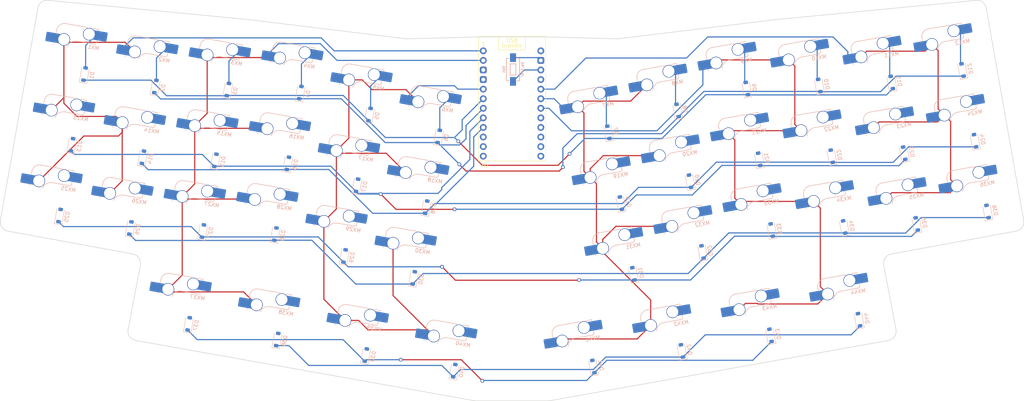
<source format=kicad_pcb>
(kicad_pcb (version 20221018) (generator pcbnew)
  (layers (0 "F.Cu" signal) (31 "B.Cu" signal) (34 "B.Paste" user) (35 "F.Paste" user) (36 "B.SilkS" user "B.Silkscreen") (37 "F.SilkS" user "F.Silkscreen") (38 "B.Mask" user) (39 "F.Mask" user) (44 "Edge.Cuts" user))
  (net 0 "")
  (net 1 "Net-(D1-A)")
  (net 2 "Net-(D2-A)")
  (net 3 "Net-(D3-A)")
  (net 4 "Net-(D6-A)")
  (net 5 "Net-(D7-A)")
  (net 6 "Net-(D8-A)")
  (net 7 "Net-(D13-A)")
  (net 8 "Net-(D14-A)")
  (net 9 "Net-(D15-A)")
  (net 10 "Net-(D18-A)")
  (net 11 "Net-(D19-A)")
  (net 12 "Net-(D20-A)")
  (net 13 "Net-(D25-A)")
  (net 14 "Net-(D26-A)")
  (net 15 "Net-(D27-A)")
  (net 16 "Net-(D30-A)")
  (net 17 "Net-(D31-A)")
  (net 18 "Net-(D32-A)")
  (net 19 "Net-(D37-A)")
  (net 20 "Net-(D38-A)")
  (net 21 "Net-(D39-A)")
  (net 22 "Net-(D42-A)")
  (net 23 "Net-(D43-A)")
  (net 24 "Net-(D44-A)")
  (net 25 "COL0")
  (net 26 "COL1")
  (net 27 "COL2")
  (net 28 "COL3")
  (net 29 "COL4")
  (net 30 "COL5")
  (net 31 "GND")
  (net 32 "Net-(SW1-B)")
  (net 43 "Net-(D9-A)")
  (net 44 "Net-(D10-A)")
  (net 45 "ROW0")
  (net 46 "Net-(D11-A)")
  (net 47 "ROW1")
  (net 48 "Net-(D12-A)")
  (net 49 "Net-(D16-A)")
  (net 50 "Net-(D17-A)")
  (net 51 "Net-(D21-A)")
  (net 52 "Net-(D22-A)")
  (net 53 "ROW2")
  (net 54 "Net-(D23-A)")
  (net 55 "ROW3")
  (net 56 "Net-(D24-A)")
  (net 57 "Net-(D28-A)")
  (net 58 "Net-(D29-A)")
  (net 59 "Net-(D33-A)")
  (net 60 "Net-(D34-A)")
  (net 61 "ROW4")
  (net 62 "Net-(D35-A)")
  (net 63 "ROW5")
  (net 64 "Net-(D36-A)")
  (net 65 "Net-(D40-A)")
  (net 66 "Net-(D41-A)")
  (net 67 "ROW6")
  (net 68 "ROW7")
  (net 69 "Net-(D4-A)")
  (net 70 "Net-(D5-A)")
  (footprint "marbastlib-xp-promicroish:ProMicro_USBup" (layer "F.Cu") (at 190.5 111.125)
    (fp_text reference "U1")
    (fp_text value "ProMicro")
  )
  (footprint "Diode_SMD:D_SOD-123" (layer "B.Cu") (at 259.280298 144.681247 100)
    (fp_text reference "D33")
    (fp_text value "D_Small")
  )
  (footprint "Diode_SMD:D_SOD-123" (layer "B.Cu") (at 128.297964 173.706927 80)
    (fp_text reference "D38")
    (fp_text value "D_Small")
  )
  (footprint "Diode_SMD:D_SOD-123" (layer "B.Cu") (at 240.960776 150.490656 100)
    (fp_text reference "D32")
    (fp_text value "D_Small")
  )
  (footprint "marbastlib-mx:SW_MX_HS_1u" (layer "B.Cu") (at 132.270957 102.212 170)
    (fp_text reference "MX4")
    (fp_text value "MX_SW_HS" hide)
  )
  (footprint "Diode_SMD:D_SOD-123" (layer "B.Cu") (at 252.664302 107.160071 100)
    (fp_text reference "D9")
    (fp_text value "D_Small")
  )
  (footprint "Diode_SMD:D_SOD-123" (layer "B.Cu") (at 219.333257 137.539478 100)
    (fp_text reference "D19")
    (fp_text value "D_Small")
  )
  (footprint "Diode_SMD:D_SOD-123" (layer "B.Cu") (at 275.173954 125.114073 100)
    (fp_text reference "D22")
    (fp_text value "D_Small")
  )
  (footprint "marbastlib-mx:SW_MX_HS_1u" (layer "B.Cu") (at 125.654961 139.733175 170)
    (fp_text reference "MX28")
    (fp_text value "MX_SW_HS" hide)
  )
  (footprint "Diode_SMD:D_SOD-123" (layer "B.Cu") (at 282.406301 168.469263 100)
    (fp_text reference "D44")
    (fp_text value "D_Small")
  )
  (footprint "marbastlib-mx:SW_MX_HS_1u" (layer "B.Cu") (at 274.546693 138.926589 -170)
    (fp_text reference "MX34")
    (fp_text value "MX_SW_HS" hide)
  )
  (footprint "Diode_SMD:D_SOD-123" (layer "B.Cu") (at 134.432889 108.235171 80)
    (fp_text reference "D4")
    (fp_text value "D_Small")
  )
  (footprint "Diode_SMD:D_SOD-123" (layer "B.Cu") (at 146.136415 151.565755 80)
    (fp_text reference "D29")
    (fp_text value "D_Small")
  )
  (footprint "Diode_SMD:D_SOD-123" (layer "B.Cu") (at 89.413585 144.143174 80)
    (fp_text reference "D26")
    (fp_text value "D_Small")
  )
  (footprint "marbastlib-mx:SW_MX_HS_1u" (layer "B.Cu") (at 212.09 113.830818 -170)
    (fp_text reference "MX7")
    (fp_text value "MX_SW_HS" hide)
  )
  (footprint "Diode_SMD:D_SOD-123" (layer "B.Cu") (at 234.344781 112.969481 100)
    (fp_text reference "D8")
    (fp_text value "D_Small")
  )
  (footprint "marbastlib-mx:SW_MX_HS_1u" (layer "B.Cu") (at 271.238695 120.166001 -170)
    (fp_text reference "MX22")
    (fp_text value "MX_SW_HS" hide)
  )
  (footprint "marbastlib-mx:SW_MX_HS_1u" (layer "B.Cu") (at 68.491066 134.812005 170)
    (fp_text reference "MX25")
    (fp_text value "MX_SW_HS" hide)
  )
  (footprint "marbastlib-mx:SW_MX_HS_1u" (layer "B.Cu") (at 207.9625 175.95375 -170)
    (fp_text reference "MX41")
    (fp_text value "MX_SW_HS" hide)
  )
  (footprint "marbastlib-mx:SW_MX_HS_1u" (layer "B.Cu") (at 255.345039 139.733175 -170)
    (fp_text reference "MX33")
    (fp_text value "MX_SW_HS" hide)
  )
  (footprint "Diode_SMD:D_SOD-123" (layer "B.Cu") (at 237.652779 131.730068 100)
    (fp_text reference "D20")
    (fp_text value "D_Small")
  )
  (footprint "marbastlib-mx:SW_MX_HS_1u" (layer "B.Cu") (at 75.107061 97.29083 170)
    (fp_text reference "MX1")
    (fp_text value "MX_SW_HS" hide)
  )
  (footprint "marbastlib-mx:SW_MX_HS_1u" (layer "B.Cu") (at 102.685296 163.548759 170)
    (fp_text reference "MX37")
    (fp_text value "MX_SW_HS" hide)
  )
  (footprint "Diode_SMD:D_SOD-123" (layer "B.Cu") (at 212.054095 180.874254 100)
    (fp_text reference "D41")
    (fp_text value "D_Small")
  )
  (footprint "marbastlib-mx:SW_MX_HS_1u" (layer "B.Cu") (at 215.397998 132.591406 -170)
    (fp_text reference "MX19")
    (fp_text value "MX_SW_HS" hide)
  )
  (footprint "Diode_SMD:D_SOD-123" (layer "B.Cu") (at 115.231235 107.428584 80)
    (fp_text reference "D3")
    (fp_text value "D_Small")
  )
  (footprint "Switches:TACTILE_SWITCH_SMD_6.0X3.5MM" (layer "B.Cu") (at 190.754 102.108 -90)
    (fp_text reference "SW1")
    (fp_text value "SW_SPST")
  )
  (footprint "Diode_SMD:D_SOD-123" (layer "B.Cu") (at 96.029581 106.621998 80)
    (fp_text reference "D2")
    (fp_text value "D_Small")
  )
  (footprint "Diode_SMD:D_SOD-123" (layer "B.Cu") (at 92.721583 125.382586 80)
    (fp_text reference "D14")
    (fp_text value "D_Small")
  )
  (footprint "marbastlib-mx:SW_MX_HS_1u" (layer "B.Cu") (at 309.200937 116.051417 -170)
    (fp_text reference "MX24")
    (fp_text value "MX_SW_HS" hide)
  )
  (footprint "marbastlib-mx:SW_MX_HS_1u" (layer "B.Cu") (at 71.799063 116.051417 170)
    (fp_text reference "MX13")
    (fp_text value "MX_SW_HS" hide)
  )
  (footprint "marbastlib-mx:SW_MX_HS_1u" (layer "B.Cu") (at 278.30478 163.492477 -170)
    (fp_text reference "MX44")
    (fp_text value "MX_SW_HS" hide)
  )
  (footprint "Diode_SMD:D_SOD-123" (layer "B.Cu") (at 127.816893 145.756346 80)
    (fp_text reference "D28")
    (fp_text value "D_Small")
  )
  (footprint "Diode_SMD:D_SOD-123" (layer "B.Cu") (at 171.071932 119.85399 80)
    (fp_text reference "D6")
    (fp_text value "D_Small")
  )
  (footprint "marbastlib-mx:SW_MX_HS_1u" (layer "B.Cu") (at 109.761305 120.166001 170)
    (fp_text reference "MX15")
    (fp_text value "MX_SW_HS" hide)
  )
  (footprint "Diode_SMD:D_SOD-123" (layer "B.Cu") (at 70.652998 140.835176 80)
    (fp_text reference "D25")
    (fp_text value "D_Small")
  )
  (footprint "marbastlib-mx:SW_MX_HS_1u" (layer "B.Cu") (at 150.590478 108.021409 170)
    (fp_text reference "MX5")
    (fp_text value "MX_SW_HS" hide)
  )
  (footprint "marbastlib-mx:SW_MX_HS_1u" (layer "B.Cu") (at 126.136031 167.683756 170)
    (fp_text reference "MX38")
    (fp_text value "MX_SW_HS" hide)
  )
  (footprint "marbastlib-mx:SW_MX_HS_1u" (layer "B.Cu") (at 143.974483 145.542584 170)
    (fp_text reference "MX29")
    (fp_text value "MX_SW_HS" hide)
  )
  (footprint "Diode_SMD:D_SOD-123" (layer "B.Cu") (at 152.75241 114.04458 80)
    (fp_text reference "D5")
    (fp_text value "D_Small")
  )
  (footprint "marbastlib-mx:SW_MX_HS_1u" (layer "B.Cu") (at 168.91 113.830818 170)
    (fp_text reference "MX6")
    (fp_text value "MX_SW_HS" hide)
  )
  (footprint "marbastlib-mx:SW_MX_HS_1u" (layer "B.Cu") (at 305.892939 97.29083 -170)
    (fp_text reference "MX12")
    (fp_text value "MX_SW_HS" hide)
  )
  (footprint "marbastlib-mx:SW_MX_HS_1u" (layer "B.Cu") (at 90.559651 119.359415 170)
    (fp_text reference "MX14")
    (fp_text value "MX_SW_HS" hide)
  )
  (footprint "marbastlib-mx:SW_MX_HS_1u" (layer "B.Cu") (at 233.717519 126.781997 -170)
    (fp_text reference "MX20")
    (fp_text value "MX_SW_HS" hide)
  )
  (footprint "marbastlib-mx:SW_MX_HS_1u" (layer "B.Cu") (at 230.409522 108.021409 -170)
    (fp_text reference "MX8")
    (fp_text value "MX_SW_HS" hide)
  )
  (footprint "marbastlib-mx:SW_MX_HS_1u" (layer "B.Cu") (at 106.453307 138.926589 170)
    (fp_text reference "MX27")
    (fp_text value "MX_SW_HS" hide)
  )
  (footprint "Diode_SMD:D_SOD-123" (layer "B.Cu") (at 111.923237 126.189172 80)
    (fp_text reference "D15")
    (fp_text value "D_Small")
  )
  (footprint "marbastlib-mx:SW_MX_HS_1u" (layer "B.Cu") (at 237.025517 145.542584 -170)
    (fp_text reference "MX32")
    (fp_text value "MX_SW_HS" hide)
  )
  (footprint "Diode_SMD:D_SOD-123" (layer "B.Cu") (at 216.025259 118.77889 100)
    (fp_text reference "D7")
    (fp_text value "D_Small")
  )
  (footprint "Diode_SMD:D_SOD-123" (layer "B.Cu") (at 313.136196 120.999489 100)
    (fp_text reference "D24")
    (fp_text value "D_Small")
  )
  (footprint "marbastlib-mx:SW_MX_HS_1u" (layer "B.Cu") (at 290.440349 119.359415 -170)
    (fp_text reference "MX23")
    (fp_text value "MX_SW_HS" hide)
  )
  (footprint "Diode_SMD:D_SOD-123" (layer "B.Cu") (at 297.683606 143.068074 100)
    (fp_text reference "D35")
    (fp_text value "D_Small")
  )
  (footprint "Diode_SMD:D_SOD-123" (layer "B.Cu") (at 278.481952 143.874661 100)
    (fp_text reference "D34")
    (fp_text value "D_Small")
  )
  (footprint "marbastlib-mx:SW_MX_HS_1u" (layer "B.Cu") (at 312.508934 134.812005 -170)
    (fp_text reference "MX36")
    (fp_text value "MX_SW_HS" hide)
  )
  (footprint "marbastlib-mx:SW_MX_HS_1u" (layer "B.Cu") (at 87.251653 138.120003 170)
    (fp_text reference "MX26")
    (fp_text value "MX_SW_HS" hide)
  )
  (footprint "marbastlib-mx:SW_MX_HS_1u" (layer "B.Cu") (at 248.729043 102.212 -170)
    (fp_text reference "MX9")
    (fp_text value "MX_SW_HS" hide)
  )
  (footprint "marbastlib-mx:SW_MX_HS_1u" (layer "B.Cu") (at 267.930697 101.405413 -170)
    (fp_text reference "MX10")
    (fp_text value "MX_SW_HS" hide)
  )
  (footprint "marbastlib-mx:SW_MX_HS_1u" (layer "B.Cu") (at 293.748347 138.120003 -170)
    (fp_text reference "MX35")
    (fp_text value "MX_SW_HS" hide)
  )
  (footprint "marbastlib-mx:SW_MX_HS_1u" (layer "B.Cu") (at 162.294004 151.351994 170)
    (fp_text reference "MX30")
    (fp_text value "MX_SW_HS" hide)
  )
  (footprint "Diode_SMD:D_SOD-123" (layer "B.Cu") (at 164.455936 157.375165 80)
    (fp_text reference "D30")
    (fp_text value "D_Small")
  )
  (footprint "Diode_SMD:D_SOD-123" (layer "B.Cu") (at 258.955567 172.604261 100)
    (fp_text reference "D43")
    (fp_text value "D_Small")
  )
  (footprint "marbastlib-mx:SW_MX_HS_1u" (layer "B.Cu") (at 147.282481 126.781997 170)
    (fp_text reference "MX17")
    (fp_text value "MX_SW_HS" hide)
  )
  (footprint "Diode_SMD:D_SOD-123" (layer "B.Cu") (at 167.763934 138.614577 80)
    (fp_text reference "D18")
    (fp_text value "D_Small")
  )
  (footprint "Diode_SMD:D_SOD-123" (layer "B.Cu") (at 77.268993 103.314001 80)
    (fp_text reference "D1")
    (fp_text value "D_Small")
  )
  (footprint "Diode_SMD:D_SOD-123" (layer "B.Cu") (at 316.444193 139.760077 100)
    (fp_text reference "D36")
    (fp_text value "D_Small")
  )
  (footprint "marbastlib-mx:SW_MX_HS_1u" (layer "B.Cu") (at 218.705996 151.351994 -170)
    (fp_text reference "MX31")
    (fp_text value "MX_SW_HS" hide)
  )
  (footprint "marbastlib-mx:SW_MX_HS_1u" (layer "B.Cu") (at 173.0375 175.95375 170)
    (fp_text reference "MX40")
    (fp_text value "MX_SW_HS" hide)
  )
  (footprint "marbastlib-mx:SW_MX_HS_1u" (layer "B.Cu") (at 231.413235 171.818753 -170)
    (fp_text reference "MX42")
    (fp_text value "MX_SW_HS" hide)
  )
  (footprint "marbastlib-mx:SW_MX_HS_1u" (layer "B.Cu") (at 252.037041 120.972587 -170)
    (fp_text reference "MX21")
    (fp_text value "MX_SW_HS" hide)
  )
  (footprint "Diode_SMD:D_SOD-123" (layer "B.Cu") (at 131.124891 126.995758 80)
    (fp_text reference "D16")
    (fp_text value "D_Small")
  )
  (footprint "Diode_SMD:D_SOD-123" (layer "B.Cu") (at 255.9723 125.920659 100)
    (fp_text reference "D21")
    (fp_text value "D_Small")
  )
  (footprint "Diode_SMD:D_SOD-123" (layer "B.Cu") (at 235.504832 176.739258 100)
    (fp_text reference "D42")
    (fp_text value "D_Small")
  )
  (footprint "Diode_SMD:D_SOD-123" (layer "B.Cu") (at 309.828198 102.238901 100)
    (fp_text reference "D12")
    (fp_text value "D_Small")
  )
  (footprint "Diode_SMD:D_SOD-123" (layer "B.Cu") (at 108.615239 144.94976 80)
    (fp_text reference "D27")
    (fp_text value "D_Small")
  )
  (footprint "Diode_SMD:D_SOD-123" (layer "B.Cu") (at 294.375608 124.307487 100)
    (fp_text reference "D23")
    (fp_text value "D_Small")
  )
  (footprint "Diode_SMD:D_SOD-123" (layer "B.Cu") (at 104.847227 169.571929 80)
    (fp_text reference "D37")
    (fp_text value "D_Small")
  )
  (footprint "marbastlib-mx:SW_MX_HS_1u" (layer "B.Cu") (at 113.069303 101.405413 170)
    (fp_text reference "MX3")
    (fp_text value "MX_SW_HS" hide)
  )
  (footprint "Diode_SMD:D_SOD-123" (layer "B.Cu") (at 222.641255 156.300066 100)
    (fp_text reference "D31")
    (fp_text value "D_Small")
  )
  (footprint "Diode_SMD:D_SOD-123" (layer "B.Cu") (at 271.865956 106.353485 100)
    (fp_text reference "D10")
    (fp_text value "D_Small")
  )
  (footprint "Diode_SMD:D_SOD-123" (layer "B.Cu") (at 149.444412 132.805168 80)
    (fp_text reference "D17")
    (fp_text value "D_Small")
  )
  (footprint "marbastlib-mx:SW_MX_HS_1u" (layer "B.Cu") (at 287.132351 100.598827 -170)
    (fp_text reference "MX11")
    (fp_text value "MX_SW_HS" hide)
  )
  (footprint "Diode_SMD:D_SOD-123" (layer "B.Cu") (at 175.199432 181.976921 80)
    (fp_text reference "D40")
    (fp_text value "D_Small")
  )
  (footprint "marbastlib-mx:SW_MX_HS_1u" (layer "B.Cu") (at 254.854045 167.627474 -170)
    (fp_text reference "MX43")
    (fp_text value "MX_SW_HS" hide)
  )
  (footprint "marbastlib-mx:SW_MX_HS_1u" (layer "B.Cu") (at 93.867649 100.598827 170)
    (fp_text reference "MX2")
    (fp_text value "MX_SW_HS" hide)
  )
  (footprint "marbastlib-mx:SW_MX_HS_1u" (layer "B.Cu") (at 128.962959 120.972587 170)
    (fp_text reference "MX16")
    (fp_text value "MX_SW_HS" hide)
  )
  (footprint "Diode_SMD:D_SOD-123" (layer "B.Cu") (at 151.748697 177.841924 80)
    (fp_text reference "D39")
    (fp_text value "D_Small")
  )
  (footprint "marbastlib-mx:SW_MX_HS_1u" (layer "B.Cu") (at 165.602002 132.591406 170)
    (fp_text reference "MX18")
    (fp_text value "MX_SW_HS" hide)
  )
  (footprint "Diode_SMD:D_SOD-123" (layer "B.Cu") (at 73.960995 122.074588 80)
    (fp_text reference "D13")
    (fp_text value "D_Small")
  )
  (footprint "Diode_SMD:D_SOD-123" (layer "B.Cu") (at 291.06761 105.546899 100)
    (fp_text reference "D11")
    (fp_text value "D_Small")
  )
  (footprint "marbastlib-mx:SW_MX_HS_1u" (layer "B.Cu") (at 149.586765 171.818753 170)
    (fp_text reference "MX39")
    (fp_text value "MX_SW_HS" hide)
  )
  (gr_line (start 67.604284 83.762385) (end 120.904 88.9) (stroke (width 0.15)) (layer "Edge.Cuts"))
  (gr_line (start 88.813597 171.047703) (end 92.062245 153.957846) (stroke (width 0.15)) (layer "Edge.Cuts"))
  (gr_line (start 181.356 93.472) (end 162.56 93.98) (stroke (width 0.15)) (layer "Edge.Cuts"))
  (gr_line (start 218.44 93.98) (end 260.096 88.9) (stroke (width 0.15)) (layer "Edge.Cuts"))
  (gr_line (start 180.848 189.992) (end 90.831684 173.975917) (stroke (width 0.15)) (layer "Edge.Cuts"))
  (gr_line (start 200.152 189.992) (end 180.848 189.992) (stroke (width 0.15)) (layer "Edge.Cuts"))
  (gr_arc (start 288.937755 153.957846) (mid 289.331632 152.077647) (end 290.943087 151.031935) (stroke (width 0.15)) (layer "Edge.Cuts"))
  (gr_arc (start 326.010012 142.080796) (mid 325.600543 143.941779) (end 323.998617 144.973597) (stroke (width 0.15)) (layer "Edge.Cuts"))
  (gr_arc (start 57.001383 144.973597) (mid 55.399479 143.941745) (end 54.989988 142.080796) (stroke (width 0.15)) (layer "Edge.Cuts"))
  (gr_arc (start 313.395715 83.762385) (mid 315.148884 84.260869) (end 316.097664 85.81709) (stroke (width 0.15)) (layer "Edge.Cuts"))
  (gr_line (start 288.937755 153.957846) (end 292.186403 171.047703) (stroke (width 0.15)) (layer "Edge.Cuts"))
  (gr_line (start 90.056913 151.031935) (end 57.001383 144.973597) (stroke (width 0.15)) (layer "Edge.Cuts"))
  (gr_line (start 218.44 93.98) (end 199.644 93.472) (stroke (width 0.15)) (layer "Edge.Cuts"))
  (gr_line (start 199.644 93.472) (end 181.356 93.472) (stroke (width 0.15)) (layer "Edge.Cuts"))
  (gr_line (start 323.998617 144.973597) (end 290.943087 151.031935) (stroke (width 0.15)) (layer "Edge.Cuts"))
  (gr_arc (start 90.831684 173.975917) (mid 89.211137 172.933255) (end 88.813597 171.047703) (stroke (width 0.15)) (layer "Edge.Cuts"))
  (gr_line (start 54.989988 142.080796) (end 64.902336 85.81709) (stroke (width 0.15)) (layer "Edge.Cuts"))
  (gr_line (start 316.097664 85.81709) (end 326.010012 142.080796) (stroke (width 0.15)) (layer "Edge.Cuts"))
  (gr_arc (start 292.186403 171.047703) (mid 291.788866 172.933252) (end 290.168316 173.975917) (stroke (width 0.15)) (layer "Edge.Cuts"))
  (gr_line (start 260.096 88.9) (end 313.395715 83.762385) (stroke (width 0.15)) (layer "Edge.Cuts"))
  (gr_line (start 290.168316 173.975917) (end 200.152 189.992) (stroke (width 0.15)) (layer "Edge.Cuts"))
  (gr_line (start 120.904 88.9) (end 162.56 93.98) (stroke (width 0.15)) (layer "Edge.Cuts"))
  (gr_arc (start 90.056913 151.031935) (mid 91.668379 152.077637) (end 92.062245 153.957846) (stroke (width 0.15)) (layer "Edge.Cuts"))
  (gr_arc (start 64.902336 85.81709) (mid 65.851152 84.260917) (end 67.604284 83.762385) (stroke (width 0.15)) (layer "Edge.Cuts"))
  (segment (start 77.555512 95.749387) (end 80.263259 93.04164) (width 0.3) (layer "B.Cu") (net 1))
  (segment (start 77.555512 101.689068) (end 77.555512 95.749387) (width 0.3) (layer "B.Cu") (net 1))
  (segment (start 96.3161 99.057384) (end 99.023847 96.349637) (width 0.3) (layer "B.Cu") (net 2))
  (segment (start 96.3161 104.997065) (end 96.3161 99.057384) (width 0.3) (layer "B.Cu") (net 2))
  (segment (start 115.517754 99.86397) (end 118.225501 97.156223) (width 0.3) (layer "B.Cu") (net 3))
  (segment (start 115.517754 105.803651) (end 115.517754 99.86397) (width 0.3) (layer "B.Cu") (net 3))
  (segment (start 171.358451 112.289375) (end 174.066198 109.581628) (width 0.3) (layer "B.Cu") (net 4))
  (segment (start 171.358451 118.229057) (end 171.358451 112.289375) (width 0.3) (layer "B.Cu") (net 4))
  (segment (start 215.73874 117.153957) (end 215.481933 116.89715) (width 0.3) (layer "B.Cu") (net 5))
  (segment (start 215.481933 116.89715) (end 215.481933 108.074362) (width 0.3) (layer "B.Cu") (net 5))
  (segment (start 234.058262 111.344548) (end 233.801455 111.087741) (width 0.3) (layer "B.Cu") (net 6))
  (segment (start 233.801455 111.087741) (end 233.801455 102.264953) (width 0.3) (layer "B.Cu") (net 6))
  (segment (start 90.556598 97.435816) (end 88.017712 94.89693) (width 0.3) (layer "F.Cu") (net 25))
  (segment (start 71.79601 94.127819) (end 71.79601 109.580408) (width 0.3) (layer "F.Cu") (net 25))
  (segment (start 83.940602 134.956992) (end 87.2486 131.648994) (width 0.3) (layer "F.Cu") (net 25))
  (segment (start 65.180015 131.648994) (end 77.076727 119.752282) (width 0.3) (layer "F.Cu") (net 25))
  (segment (start 88.017712 94.89693) (end 72.565121 94.89693) (width 0.3) (layer "F.Cu") (net 25))
  (segment (start 85.5986 114.546404) (end 75.269502 114.546404) (width 0.3) (layer "F.Cu") (net 25))
  (segment (start 75.269502 114.546404) (end 71.79601 111.072912) (width 0.3) (layer "F.Cu") (net 25))
  (segment (start 86.241718 119.752282) (end 87.2486 118.7454) (width 0.3) (layer "F.Cu") (net 25))
  (segment (start 77.076727 119.752282) (end 86.241718 119.752282) (width 0.3) (layer "F.Cu") (net 25))
  (segment (start 71.79601 111.072912) (end 71.79601 109.580408) (width 0.3) (layer "F.Cu") (net 25))
  (segment (start 87.2486 118.7454) (end 87.2486 116.196404) (width 0.3) (layer "F.Cu") (net 25))
  (segment (start 87.2486 116.196404) (end 85.5986 114.546404) (width 0.3) (layer "F.Cu") (net 25))
  (segment (start 71.79601 109.580408) (end 68.488012 112.888406) (width 0.3) (layer "F.Cu") (net 25))
  (segment (start 87.2486 131.648994) (end 87.2486 116.196404) (width 0.3) (layer "F.Cu") (net 25))
  (segment (start 72.565121 94.89693) (end 71.79601 94.127819) (width 0.3) (layer "F.Cu") (net 25))
  (segment (start 143.383 97.155) (end 182.88 97.155) (width 0.3) (layer "B.Cu") (net 25))
  (segment (start 87.06053 96.819365) (end 90.153895 93.726) (width 0.3) (layer "B.Cu") (net 25))
  (segment (start 90.153895 93.726) (end 139.954 93.726) (width 0.3) (layer "B.Cu") (net 25))
  (segment (start 139.954 93.726) (end 143.383 97.155) (width 0.3) (layer "B.Cu") (net 25))
  (segment (start 103.142256 156.617737) (end 99.374245 160.385748) (width 0.3) (layer "F.Cu") (net 26))
  (segment (start 106.450254 117.00299) (end 106.450254 132.45558) (width 0.3) (layer "F.Cu") (net 26))
  (segment (start 109.758252 113.694992) (end 106.450254 117.00299) (width 0.3) (layer "F.Cu") (net 26))
  (segment (start 128.854573 98.943656) (end 128.959906 99.048989) (width 0.3) (layer "F.Cu") (net 26))
  (segment (start 99.374245 160.385748) (end 100.075499 161.087002) (width 0.3) (layer "F.Cu") (net 26))
  (segment (start 109.758252 98.242402) (end 110.459506 98.943656) (width 0.3) (layer "F.Cu") (net 26))
  (segment (start 106.450254 117.00299) (end 107.151508 117.704244) (width 0.3) (layer "F.Cu") (net 26))
  (segment (start 110.459506 98.943656) (end 128.854573 98.943656) (width 0.3) (layer "F.Cu") (net 26))
  (segment (start 100.075499 161.087002) (end 119.391237 161.087002) (width 0.3) (layer "F.Cu") (net 26))
  (segment (start 103.84351 136.464832) (end 122.238578 136.464832) (width 0.3) (layer "F.Cu") (net 26))
  (segment (start 103.142256 135.763578) (end 103.142256 156.617737) (width 0.3) (layer "F.Cu") (net 26))
  (segment (start 107.151508 117.704244) (end 125.546576 117.704244) (width 0.3) (layer "F.Cu") (net 26))
  (segment (start 103.142256 135.763578) (end 103.84351 136.464832) (width 0.3) (layer "F.Cu") (net 26))
  (segment (start 122.238578 136.464832) (end 122.34391 136.570164) (width 0.3) (layer "F.Cu") (net 26))
  (segment (start 119.391237 161.087002) (end 122.82498 164.520745) (width 0.3) (layer "F.Cu") (net 26))
  (segment (start 109.758252 98.242402) (end 109.758252 113.694992) (width 0.3) (layer "F.Cu") (net 26))
  (segment (start 106.450254 132.45558) (end 103.142256 135.763578) (width 0.3) (layer "F.Cu") (net 26))
  (segment (start 125.546576 117.704244) (end 125.651908 117.809576) (width 0.3) (layer "F.Cu") (net 26))
  (segment (start 139.7 95.25) (end 144.145 99.695) (width 0.3) (layer "B.Cu") (net 26))
  (segment (start 144.145 99.695) (end 182.88 99.695) (width 0.3) (layer "B.Cu") (net 26))
  (segment (start 128.646376 95.25) (end 139.7 95.25) (width 0.3) (layer "B.Cu") (net 26))
  (segment (start 125.463838 98.432538) (end 128.646376 95.25) (width 0.3) (layer "B.Cu") (net 26))
  (segment (start 162.373142 107.442) (end 165.598949 110.667807) (width 0.3) (layer "F.Cu") (net 27))
  (segment (start 168.076449 171.140739) (end 152.344739 171.140739) (width 0.3) (layer "F.Cu") (net 27))
  (segment (start 158.982953 148.188983) (end 158.982953 162.047243) (width 0.3) (layer "F.Cu") (net 27))
  (segment (start 146.275714 168.655742) (end 140.663432 163.04346) (width 0.3) (layer "F.Cu") (net 27))
  (segment (start 147.279427 104.858398) (end 150.812953 104.858398) (width 0.3) (layer "F.Cu") (net 27))
  (segment (start 143.97143 139.071575) (end 143.97143 123.618986) (width 0.3) (layer "F.Cu") (net 27))
  (segment (start 143.97143 123.618986) (end 147.279427 120.310989) (width 0.3) (layer "F.Cu") (net 27))
  (segment (start 158.982953 162.047243) (end 169.726449 172.790739) (width 0.3) (layer "F.Cu") (net 27))
  (segment (start 150.812953 104.858398) (end 153.396555 107.442) (width 0.3) (layer "F.Cu") (net 27))
  (segment (start 169.726449 172.790739) (end 168.076449 171.140739) (width 0.3) (layer "F.Cu") (net 27))
  (segment (start 140.663432 163.04346) (end 140.663432 142.379573) (width 0.3) (layer "F.Cu") (net 27))
  (segment (start 157.182796 124.32024) (end 162.290951 129.428395) (width 0.3) (layer "F.Cu") (net 27))
  (segment (start 143.97143 123.618986) (end 144.672684 124.32024) (width 0.3) (layer "F.Cu") (net 27))
  (segment (start 153.396555 107.442) (end 162.373142 107.442) (width 0.3) (layer "F.Cu") (net 27))
  (segment (start 149.859742 168.655742) (end 146.275714 168.655742) (width 0.3) (layer "F.Cu") (net 27))
  (segment (start 144.672684 124.32024) (end 157.182796 124.32024) (width 0.3) (layer "F.Cu") (net 27))
  (segment (start 140.663432 142.379573) (end 143.97143 139.071575) (width 0.3) (layer "F.Cu") (net 27))
  (segment (start 147.279427 120.310989) (end 147.279427 104.858398) (width 0.3) (layer "F.Cu") (net 27))
  (segment (start 152.344739 171.140739) (end 149.859742 168.655742) (width 0.3) (layer "F.Cu") (net 27))
  (segment (start 175.249 106.415) (end 176.149 107.315) (width 0.3) (layer "B.Cu") (net 27))
  (segment (start 162.102881 110.051356) (end 165.739237 106.415) (width 0.3) (layer "B.Cu") (net 27))
  (segment (start 165.739237 106.415) (end 175.249 106.415) (width 0.3) (layer "B.Cu") (net 27))
  (segment (start 176.149 107.315) (end 182.88 107.315) (width 0.3) (layer "B.Cu") (net 27))
  (segment (start 226.216338 106.181597) (end 221.911007 110.486928) (width 0.3) (layer "F.Cu") (net 28))
  (segment (start 221.911007 110.486928) (end 209.400894 110.486928) (width 0.3) (layer "F.Cu") (net 28))
  (segment (start 223.639142 173.55985) (end 227.220051 169.978941) (width 0.3) (layer "F.Cu") (net 28))
  (segment (start 209.546816 129.093596) (end 211.204814 130.751594) (width 0.3) (layer "F.Cu") (net 28))
  (segment (start 209.400894 110.486928) (end 207.896816 111.991006) (width 0.3) (layer "F.Cu") (net 28))
  (segment (start 211.204814 128.418142) (end 214.680771 124.942185) (width 0.3) (layer "F.Cu") (net 28))
  (segment (start 214.680771 124.942185) (end 229.524335 124.942185) (width 0.3) (layer "F.Cu") (net 28))
  (segment (start 209.546816 113.641006) (end 209.546816 129.093596) (width 0.3) (layer "F.Cu") (net 28))
  (segment (start 212.854814 132.401594) (end 212.854814 147.854184) (width 0.3) (layer "F.Cu") (net 28))
  (segment (start 227.220051 163.251535) (end 227.220051 169.978941) (width 0.3) (layer "F.Cu") (net 28))
  (segment (start 217.98877 143.702772) (end 232.832333 143.702772) (width 0.3) (layer "F.Cu") (net 28))
  (segment (start 207.896816 111.991006) (end 209.546816 113.641006) (width 0.3) (layer "F.Cu") (net 28))
  (segment (start 214.512812 149.512182) (end 214.512812 150.544296) (width 0.3) (layer "F.Cu") (net 28))
  (segment (start 214.512812 147.17873) (end 217.98877 143.702772) (width 0.3) (layer "F.Cu") (net 28))
  (segment (start 211.204814 130.751594) (end 212.854814 132.401594) (width 0.3) (layer "F.Cu") (net 28))
  (segment (start 203.769316 174.113938) (end 204.323404 173.55985) (width 0.3) (layer "F.Cu") (net 28))
  (segment (start 214.512812 150.544296) (end 227.220051 163.251535) (width 0.3) (layer "F.Cu") (net 28))
  (segment (start 212.854814 147.854184) (end 214.512812 149.512182) (width 0.3) (layer "F.Cu") (net 28))
  (segment (start 211.204814 130.751594) (end 211.204814 128.418142) (width 0.3) (layer "F.Cu") (net 28))
  (segment (start 204.323404 173.55985) (end 223.639142 173.55985) (width 0.3) (layer "F.Cu") (net 28))
  (segment (start 214.512812 149.512182) (end 214.512812 147.17873) (width 0.3) (layer "F.Cu") (net 28))
  (segment (start 201.648292 109.855) (end 198.12 109.855) (width 0.3) (layer "B.Cu") (net 28))
  (segment (start 204.400749 112.607457) (end 201.648292 109.855) (width 0.3) (layer "B.Cu") (net 28))
  (segment (start 265.395511 101.223599) (end 263.737513 99.565601) (width 0.3) (layer "F.Cu") (net 29))
  (segment (start 274.111596 161.652665) (end 272.152793 159.693862) (width 0.3) (layer "F.Cu") (net 29))
  (segment (start 250.660861 165.787662) (end 252.310861 164.137662) (width 0.3) (layer "F.Cu") (net 29))
  (segment (start 255.457553 164.137662) (end 255.603475 164.283584) (width 0.3) (layer "F.Cu") (net 29))
  (segment (start 272.152793 159.693862) (end 272.152793 138.886061) (width 0.3) (layer "F.Cu") (net 29))
  (segment (start 271.480677 164.283584) (end 274.111596 161.652665) (width 0.3) (layer "F.Cu") (net 29))
  (segment (start 248.650443 118.326189) (end 267.045511 118.326189) (width 0.3) (layer "F.Cu") (net 29))
  (segment (start 249.501855 136.243363) (end 249.501855 120.790773) (width 0.3) (layer "F.Cu") (net 29))
  (segment (start 272.152793 138.886061) (end 270.353509 137.086777) (width 0.3) (layer "F.Cu") (net 29))
  (segment (start 251.958441 137.086777) (end 251.151855 137.893363) (width 0.3) (layer "F.Cu") (net 29))
  (segment (start 252.310861 164.137662) (end 255.457553 164.137662) (width 0.3) (layer "F.Cu") (net 29))
  (segment (start 255.603475 164.283584) (end 271.480677 164.283584) (width 0.3) (layer "F.Cu") (net 29))
  (segment (start 270.353509 137.086777) (end 251.958441 137.086777) (width 0.3) (layer "F.Cu") (net 29))
  (segment (start 247.843857 119.132775) (end 248.650443 118.326189) (width 0.3) (layer "F.Cu") (net 29))
  (segment (start 249.501855 120.790773) (end 247.843857 119.132775) (width 0.3) (layer "F.Cu") (net 29))
  (segment (start 245.342446 99.565601) (end 244.535859 100.372188) (width 0.3) (layer "F.Cu") (net 29))
  (segment (start 267.045511 118.326189) (end 265.395511 116.676189) (width 0.3) (layer "F.Cu") (net 29))
  (segment (start 263.737513 99.565601) (end 245.342446 99.565601) (width 0.3) (layer "F.Cu") (net 29))
  (segment (start 265.395511 116.676189) (end 265.395511 101.223599) (width 0.3) (layer "F.Cu") (net 29))
  (segment (start 251.151855 137.893363) (end 249.501855 136.243363) (width 0.3) (layer "F.Cu") (net 29))
  (segment (start 241.039792 106.178208) (end 228.854 118.364) (width 0.3) (layer "B.Cu") (net 29))
  (segment (start 206.248 118.364) (end 200.279 112.395) (width 0.3) (layer "B.Cu") (net 29))
  (segment (start 241.039792 100.988639) (end 241.039792 106.178208) (width 0.3) (layer "B.Cu") (net 29))
  (segment (start 228.854 118.364) (end 206.248 118.364) (width 0.3) (layer "B.Cu") (net 29))
  (segment (start 200.279 112.395) (end 198.12 112.395) (width 0.3) (layer "B.Cu") (net 29))
  (segment (start 305.007753 114.211605) (end 303.357753 112.561605) (width 0.3) (layer "F.Cu") (net 30))
  (segment (start 299.895836 97.254937) (end 284.443245 97.254937) (width 0.3) (layer "F.Cu") (net 30))
  (segment (start 284.443245 97.254937) (end 282.939167 98.759015) (width 0.3) (layer "F.Cu") (net 30))
  (segment (start 301.699755 95.451018) (end 299.895836 97.254937) (width 0.3) (layer "F.Cu") (net 30))
  (segment (start 303.203833 116.015525) (end 287.751243 116.015525) (width 0.3) (layer "F.Cu") (net 30))
  (segment (start 306.51183 134.776113) (end 291.059241 134.776113) (width 0.3) (layer "F.Cu") (net 30))
  (segment (start 306.66575 131.322193) (end 306.66575 115.869602) (width 0.3) (layer "F.Cu") (net 30))
  (segment (start 306.66575 115.869602) (end 305.007753 114.211605) (width 0.3) (layer "F.Cu") (net 30))
  (segment (start 308.31575 132.972193) (end 306.66575 131.322193) (width 0.3) (layer "F.Cu") (net 30))
  (segment (start 303.357753 112.561605) (end 303.357753 97.109016) (width 0.3) (layer "F.Cu") (net 30))
  (segment (start 308.31575 132.972193) (end 306.51183 134.776113) (width 0.3) (layer "F.Cu") (net 30))
  (segment (start 287.751243 116.015525) (end 286.247165 117.519603) (width 0.3) (layer "F.Cu") (net 30))
  (segment (start 303.357753 97.109016) (end 301.699755 95.451018) (width 0.3) (layer "F.Cu") (net 30))
  (segment (start 291.059241 134.776113) (end 289.555163 136.280191) (width 0.3) (layer "F.Cu") (net 30))
  (segment (start 305.007753 114.211605) (end 303.203833 116.015525) (width 0.3) (layer "F.Cu") (net 30))
  (segment (start 210.058 99.06) (end 236.728 99.06) (width 0.3) (layer "B.Cu") (net 30))
  (segment (start 279.4431 97.37713) (end 279.4431 99.375466) (width 0.3) (layer "B.Cu") (net 30))
  (segment (start 236.728 99.06) (end 242.316 93.472) (width 0.3) (layer "B.Cu") (net 30))
  (segment (start 242.316 93.472) (end 275.53797 93.472) (width 0.3) (layer "B.Cu") (net 30))
  (segment (start 198.12 107.315) (end 201.803 107.315) (width 0.3) (layer "B.Cu") (net 30))
  (segment (start 275.53797 93.472) (end 279.4431 97.37713) (width 0.3) (layer "B.Cu") (net 30))
  (segment (start 201.803 107.315) (end 210.058 99.06) (width 0.3) (layer "B.Cu") (net 30))
  (segment (start 197.3834 98.9584) (end 198.12 99.695) (width 0.3) (layer "B.Cu") (net 31))
  (segment (start 190.754 98.9584) (end 197.3834 98.9584) (width 0.3) (layer "B.Cu") (net 31))
  (segment (start 193.7766 102.235) (end 198.12 102.235) (width 0.3) (layer "B.Cu") (net 32))
  (segment (start 190.754 105.2576) (end 193.7766 102.235) (width 0.3) (layer "B.Cu") (net 32))
  (segment (start 252.377783 105.535138) (end 252.120976 105.278331) (width 0.3) (layer "B.Cu") (net 43))
  (segment (start 252.120976 105.278331) (end 252.120976 96.455544) (width 0.3) (layer "B.Cu") (net 43))
  (segment (start 271.32263 104.471745) (end 271.32263 95.648957) (width 0.3) (layer "B.Cu") (net 44))
  (segment (start 271.579437 104.728552) (end 271.32263 104.471745) (width 0.3) (layer "B.Cu") (net 44))
  (segment (start 202.692 127.508) (end 205.74 124.46) (width 0.3) (layer "F.Cu") (net 45))
  (segment (start 176.276 121.158) (end 182.626 127.508) (width 0.3) (layer "F.Cu") (net 45))
  (segment (start 182.626 127.508) (end 202.692 127.508) (width 0.3) (layer "F.Cu") (net 45))
  (via (at 176.276 121.158) (size 1) (drill 0.6) (layers "F.Cu" "B.Cu") (net 45))
  (via (at 205.74 124.46) (size 1) (drill 0.6) (layers "F.Cu" "B.Cu") (net 45))
  (segment (start 252.950821 108.785004) (end 241.827495 108.785004) (width 0.3) (layer "B.Cu") (net 45))
  (segment (start 175.26 120.142) (end 177.292 118.11) (width 0.3) (layer "B.Cu") (net 45))
  (segment (start 241.827495 108.785004) (end 230.208676 120.403823) (width 0.3) (layer "B.Cu") (net 45))
  (segment (start 289.679639 108.846322) (end 253.012139 108.846322) (width 0.3) (layer "B.Cu") (net 45))
  (segment (start 253.012139 108.846322) (end 252.950821 108.785004) (width 0.3) (layer "B.Cu") (net 45))
  (segment (start 176.276 121.158) (end 175.26 120.142) (width 0.3) (layer "B.Cu") (net 45))
  (segment (start 114.944716 109.053517) (end 115.006033 108.9922) (width 0.3) (layer "B.Cu") (net 45))
  (segment (start 291.354129 107.171832) (end 289.679639 108.846322) (width 0.3) (layer "B.Cu") (net 45))
  (segment (start 145.788578 108.9922) (end 152.465891 115.669513) (width 0.3) (layer "B.Cu") (net 45))
  (segment (start 98.972208 109.053517) (end 114.944716 109.053517) (width 0.3) (layer "B.Cu") (net 45))
  (segment (start 177.292 115.443) (end 182.88 109.855) (width 0.3) (layer "B.Cu") (net 45))
  (segment (start 115.006033 108.9922) (end 145.788578 108.9922) (width 0.3) (layer "B.Cu") (net 45))
  (segment (start 216.303955 120.396) (end 216.311778 120.403823) (width 0.3) (layer "B.Cu") (net 45))
  (segment (start 230.208676 120.403823) (end 216.311778 120.403823) (width 0.3) (layer "B.Cu") (net 45))
  (segment (start 76.982474 104.938934) (end 94.857625 104.938934) (width 0.3) (layer "B.Cu") (net 45))
  (segment (start 156.938378 120.142) (end 152.465891 115.669513) (width 0.3) (layer "B.Cu") (net 45))
  (segment (start 175.26 120.142) (end 156.938378 120.142) (width 0.3) (layer "B.Cu") (net 45))
  (segment (start 209.804 120.396) (end 216.303955 120.396) (width 0.3) (layer "B.Cu") (net 45))
  (segment (start 94.857625 104.938934) (end 98.972208 109.053517) (width 0.3) (layer "B.Cu") (net 45))
  (segment (start 205.74 124.46) (end 209.804 120.396) (width 0.3) (layer "B.Cu") (net 45))
  (segment (start 177.292 118.11) (end 177.292 115.443) (width 0.3) (layer "B.Cu") (net 45))
  (segment (start 290.781091 103.921966) (end 290.524284 103.665159) (width 0.3) (layer "B.Cu") (net 46))
  (segment (start 290.524284 103.665159) (end 290.524284 94.842371) (width 0.3) (layer "B.Cu") (net 46))
  (segment (start 203.962 128.054148) (end 202.984148 129.032) (width 0.3) (layer "F.Cu") (net 47))
  (segment (start 202.984148 129.032) (end 178.308 129.032) (width 0.3) (layer "F.Cu") (net 47))
  (segment (start 178.308 129.032) (end 176.53 127.254) (width 0.3) (layer "F.Cu") (net 47))
  (segment (start 203.962 128.016) (end 203.962 128.054148) (width 0.3) (layer "F.Cu") (net 47))
  (via (at 203.962 128.016) (size 1) (drill 0.6) (layers "F.Cu" "B.Cu") (net 47))
  (via (at 176.53 127.254) (size 1) (drill 0.6) (layers "F.Cu" "B.Cu") (net 47))
  (segment (start 182.88 112.395) (end 178.308 116.967) (width 0.3) (layer "B.Cu") (net 47))
  (segment (start 178.308 116.967) (end 178.308 120.469503) (width 0.3) (layer "B.Cu") (net 47))
  (segment (start 95.743062 108.246931) (end 97.417552 109.921421) (width 0.3) (layer "B.Cu") (net 47))
  (segment (start 134.085053 109.921421) (end 134.14637 109.860104) (width 0.3) (layer "B.Cu") (net 47))
  (segment (start 203.962 128.016) (end 203.962 122.936) (width 0.3) (layer "B.Cu") (net 47))
  (segment (start 134.14637 109.860104) (end 145.269697 109.860104) (width 0.3) (layer "B.Cu") (net 47))
  (segment (start 230.099714 119.126) (end 234.6313 114.594414) (width 0.3) (layer "B.Cu") (net 47))
  (segment (start 156.888516 121.478923) (end 170.785413 121.478923) (width 0.3) (layer "B.Cu") (net 47))
  (segment (start 310.114717 103.863834) (end 292.226008 103.863834) (width 0.3) (layer "B.Cu") (net 47))
  (segment (start 207.772 119.126) (end 230.099714 119.126) (width 0.3) (layer "B.Cu") (net 47))
  (segment (start 272.091157 107.9171) (end 272.152475 107.978418) (width 0.3) (layer "B.Cu") (net 47))
  (segment (start 234.6313 114.594414) (end 241.308614 107.9171) (width 0.3) (layer "B.Cu") (net 47))
  (segment (start 145.269697 109.860104) (end 156.888516 121.478923) (width 0.3) (layer "B.Cu") (net 47))
  (segment (start 176.669503 122.108) (end 171.41449 122.108) (width 0.3) (layer "B.Cu") (net 47))
  (segment (start 288.111424 107.978418) (end 272.152475 107.978418) (width 0.3) (layer "B.Cu") (net 47))
  (segment (start 178.308 120.469503) (end 176.669503 122.108) (width 0.3) (layer "B.Cu") (net 47))
  (segment (start 170.785413 121.478923) (end 176.53 127.22351) (width 0.3) (layer "B.Cu") (net 47))
  (segment (start 241.308614 107.9171) (end 272.091157 107.9171) (width 0.3) (layer "B.Cu") (net 47))
  (segment (start 203.962 122.936) (end 207.772 119.126) (width 0.3) (layer "B.Cu") (net 47))
  (segment (start 171.41449 122.108) (end 170.785413 121.478923) (width 0.3) (layer "B.Cu") (net 47))
  (segment (start 97.417552 109.921421) (end 134.085053 109.921421) (width 0.3) (layer "B.Cu") (net 47))
  (segment (start 292.226008 103.863834) (end 288.111424 107.978418) (width 0.3) (layer "B.Cu") (net 47))
  (segment (start 176.53 127.22351) (end 176.53 127.254) (width 0.3) (layer "B.Cu") (net 47))
  (segment (start 309.541679 100.613968) (end 309.284872 100.357161) (width 0.3) (layer "B.Cu") (net 48))
  (segment (start 309.284872 100.357161) (end 309.284872 91.534374) (width 0.3) (layer "B.Cu") (net 48))
  (segment (start 175.26 139.192) (end 159.766 139.192) (width 0.3) (layer "F.Cu") (net 53))
  (segment (start 159.766 139.192) (end 155.702 135.128) (width 0.3) (layer "F.Cu") (net 53))
  (via (at 155.702 135.128) (size 1) (drill 0.6) (layers "F.Cu" "B.Cu") (net 53))
  (via (at 175.26 139.192) (size 1) (drill 0.6) (layers "F.Cu" "B.Cu") (net 53))
  (segment (start 149.855792 135.128) (end 149.157893 134.430101) (width 0.3) (layer "B.Cu") (net 53))
  (segment (start 108.44817 124.625557) (end 111.636718 127.814105) (width 0.3) (layer "B.Cu") (net 53))
  (segment (start 219.619776 139.164411) (end 175.287589 139.164411) (width 0.3) (layer "B.Cu") (net 53))
  (segment (start 179.324 125.984) (end 179.324 118.491) (width 0.3) (layer "B.Cu") (net 53))
  (segment (start 175.287589 139.164411) (end 175.26 139.192) (width 0.3) (layer "B.Cu") (net 53))
  (segment (start 223.402187 135.382) (end 238.252 135.382) (width 0.3) (layer "B.Cu") (net 53))
  (segment (start 179.324 118.491) (end 182.88 114.935) (width 0.3) (layer "B.Cu") (net 53))
  (segment (start 142.480579 127.752787) (end 149.157893 134.430101) (width 0.3) (layer "B.Cu") (net 53))
  (segment (start 111.636718 127.814105) (end 111.698036 127.752787) (width 0.3) (layer "B.Cu") (net 53))
  (segment (start 256.320137 127.60691) (end 256.258819 127.545592) (width 0.3) (layer "B.Cu") (net 53))
  (segment (start 171.854825 133.991306) (end 171.854825 133.453175) (width 0.3) (layer "B.Cu") (net 53))
  (segment (start 111.698036 127.752787) (end 142.480579 127.752787) (width 0.3) (layer "B.Cu") (net 53))
  (segment (start 171.854825 133.453175) (end 179.324 125.984) (width 0.3) (layer "B.Cu") (net 53))
  (segment (start 170.885825 134.960306) (end 171.854825 133.991306) (width 0.3) (layer "B.Cu") (net 53))
  (segment (start 292.987637 127.60691) (end 256.320137 127.60691) (width 0.3) (layer "B.Cu") (net 53))
  (segment (start 246.088408 127.545592) (end 256.258819 127.545592) (width 0.3) (layer "B.Cu") (net 53))
  (segment (start 219.619776 139.164411) (end 223.402187 135.382) (width 0.3) (layer "B.Cu") (net 53))
  (segment (start 149.157893 134.430101) (end 149.688098 134.960306) (width 0.3) (layer "B.Cu") (net 53))
  (segment (start 238.252 135.382) (end 246.088408 127.545592) (width 0.3) (layer "B.Cu") (net 53))
  (segment (start 149.688098 134.960306) (end 170.885825 134.960306) (width 0.3) (layer "B.Cu") (net 53))
  (segment (start 74.600512 124.625557) (end 108.44817 124.625557) (width 0.3) (layer "B.Cu") (net 53))
  (segment (start 294.662127 125.93242) (end 292.987637 127.60691) (width 0.3) (layer "B.Cu") (net 53))
  (segment (start 73.674476 123.699521) (end 74.600512 124.625557) (width 0.3) (layer "B.Cu") (net 53))
  (segment (start 155.702 135.128) (end 149.855792 135.128) (width 0.3) (layer "B.Cu") (net 53))
  (segment (start 141.961698 128.620691) (end 153.580517 140.23951) (width 0.3) (layer "B.Cu") (net 55))
  (segment (start 94.109554 128.682009) (end 130.777054 128.682009) (width 0.3) (layer "B.Cu") (net 55))
  (segment (start 224.022999 133.355001) (end 237.939298 133.355001) (width 0.3) (layer "B.Cu") (net 55))
  (segment (start 295.534006 122.624422) (end 291.419422 126.739006) (width 0.3) (layer "B.Cu") (net 55))
  (segment (start 275.399155 126.677688) (end 244.616611 126.677688) (width 0.3) (layer "B.Cu") (net 55))
  (segment (start 291.419422 126.739006) (end 275.460473 126.739006) (width 0.3) (layer "B.Cu") (net 55))
  (segment (start 180.34 120.015) (end 180.34 127.762) (width 0.3) (layer "B.Cu") (net 55))
  (segment (start 219.71 137.668) (end 224.022999 133.355001) (width 0.3) (layer "B.Cu") (net 55))
  (segment (start 170.048925 137.668) (end 170.434 137.668) (width 0.3) (layer "B.Cu") (net 55))
  (segment (start 180.34 127.762) (end 170.434 137.668) (width 0.3) (layer "B.Cu") (net 55))
  (segment (start 275.460473 126.739006) (end 275.399155 126.677688) (width 0.3) (layer "B.Cu") (net 55))
  (segment (start 153.580517 140.23951) (end 167.477415 140.23951) (width 0.3) (layer "B.Cu") (net 55))
  (segment (start 313.422715 122.624422) (end 295.534006 122.624422) (width 0.3) (layer "B.Cu") (net 55))
  (segment (start 130.838372 128.620691) (end 141.961698 128.620691) (width 0.3) (layer "B.Cu") (net 55))
  (segment (start 182.88 117.475) (end 180.34 120.015) (width 0.3) (layer "B.Cu") (net 55))
  (segment (start 170.434 137.668) (end 219.71 137.668) (width 0.3) (layer "B.Cu") (net 55))
  (segment (start 92.435064 127.007519) (end 94.109554 128.682009) (width 0.3) (layer "B.Cu") (net 55))
  (segment (start 244.616611 126.677688) (end 237.939298 133.355001) (width 0.3) (layer "B.Cu") (net 55))
  (segment (start 130.777054 128.682009) (end 130.838372 128.620691) (width 0.3) (layer "B.Cu") (net 55))
  (segment (start 167.477415 140.23951) (end 170.048925 137.668) (width 0.3) (layer "B.Cu") (net 55))
  (segment (start 208.28 157.924999) (end 208.216999 157.988) (width 0.3) (layer "F.Cu") (net 61))
  (segment (start 208.216999 157.988) (end 175.514 157.988) (width 0.3) (layer "F.Cu") (net 61))
  (segment (start 175.514 157.988) (end 171.958 154.432) (width 0.3) (layer "F.Cu") (net 61))
  (via (at 171.958 154.432) (size 1) (drill 0.6) (layers "F.Cu" "B.Cu") (net 61))
  (via (at 208.28 157.924999) (size 1) (drill 0.6) (layers "F.Cu" "B.Cu") (net 61))
  (segment (start 108.390038 146.513375) (end 139.172583 146.513375) (width 0.3) (layer "B.Cu") (net 61))
  (segment (start 297.970125 144.693007) (end 296.295634 146.367498) (width 0.3) (layer "B.Cu") (net 61))
  (segment (start 259.566817 146.30618) (end 249.42582 146.30618) (width 0.3) (layer "B.Cu") (net 61))
  (segment (start 105.518027 143.764) (end 108.32872 146.574693) (width 0.3) (layer "B.Cu") (net 61))
  (segment (start 208.28 157.924999) (end 222.927774 157.924999) (width 0.3) (layer "B.Cu") (net 61))
  (segment (start 71.67037 143.764) (end 105.518027 143.764) (width 0.3) (layer "B.Cu") (net 61))
  (segment (start 70.366479 142.460109) (end 71.67037 143.764) (width 0.3) (layer "B.Cu") (net 61))
  (segment (start 108.32872 146.574693) (end 108.390038 146.513375) (width 0.3) (layer "B.Cu") (net 61))
  (segment (start 296.295634 146.367498) (end 259.628135 146.367498) (width 0.3) (layer "B.Cu") (net 61))
  (segment (start 237.807001 157.924999) (end 222.927774 157.924999) (width 0.3) (layer "B.Cu") (net 61))
  (segment (start 249.42582 146.30618) (end 237.807001 157.924999) (width 0.3) (layer "B.Cu") (net 61))
  (segment (start 147.091208 154.432) (end 145.849896 153.190688) (width 0.3) (layer "B.Cu") (net 61))
  (segment (start 259.628135 146.367498) (end 259.566817 146.30618) (width 0.3) (layer "B.Cu") (net 61))
  (segment (start 139.172583 146.513375) (end 145.849896 153.190688) (width 0.3) (layer "B.Cu") (net 61))
  (segment (start 171.958 154.432) (end 147.091208 154.432) (width 0.3) (layer "B.Cu") (net 61))
  (segment (start 278.707153 145.438276) (end 247.924608 145.438276) (width 0.3) (layer "B.Cu") (net 63))
  (segment (start 149.094098 159.000098) (end 164.169417 159.000098) (width 0.3) (layer "B.Cu") (net 63))
  (segment (start 278.768471 145.499594) (end 278.707153 145.438276) (width 0.3) (layer "B.Cu") (net 63))
  (segment (start 90.801556 147.442597) (end 89.127066 145.768107) (width 0.3) (layer "B.Cu") (net 63))
  (segment (start 247.924608 145.438276) (end 241.247295 152.115589) (width 0.3) (layer "B.Cu") (net 63))
  (segment (start 237.152884 156.21) (end 241.247295 152.115589) (width 0.3) (layer "B.Cu") (net 63))
  (segment (start 164.169417 159.000098) (end 166.959515 156.21) (width 0.3) (layer "B.Cu") (net 63))
  (segment (start 294.727419 145.499594) (end 278.768471 145.499594) (width 0.3) (layer "B.Cu") (net 63))
  (segment (start 127.530374 147.381279) (end 127.469056 147.442597) (width 0.3) (layer "B.Cu") (net 63))
  (segment (start 316.730712 141.38501) (end 298.842003 141.38501) (width 0.3) (layer "B.Cu") (net 63))
  (segment (start 137.475279 147.381279) (end 149.094098 159.000098) (width 0.3) (layer "B.Cu") (net 63))
  (segment (start 166.959515 156.21) (end 237.152884 156.21) (width 0.3) (layer "B.Cu") (net 63))
  (segment (start 298.842003 141.38501) (end 294.727419 145.499594) (width 0.3) (layer "B.Cu") (net 63))
  (segment (start 127.469056 147.442597) (end 90.801556 147.442597) (width 0.3) (layer "B.Cu") (net 63))
  (segment (start 127.530374 147.381279) (end 137.475279 147.381279) (width 0.3) (layer "B.Cu") (net 63))
  (segment (start 161.036 179.07) (end 177.038 179.07) (width 0.3) (layer "F.Cu") (net 67))
  (segment (start 177.038 179.07) (end 182.626 184.658) (width 0.3) (layer "F.Cu") (net 67))
  (via (at 161.036 179.07) (size 1) (drill 0.6) (layers "F.Cu" "B.Cu") (net 67))
  (via (at 182.626 184.658) (size 1) (drill 0.6) (layers "F.Cu" "B.Cu") (net 67))
  (segment (start 161.036 179.07) (end 151.859035 179.07) (width 0.3) (layer "B.Cu") (net 67))
  (segment (start 210.264369 184.575432) (end 182.708568 184.575432) (width 0.3) (layer "B.Cu") (net 67))
  (segment (start 151.859035 179.07) (end 151.462178 179.466857) (width 0.3) (layer "B.Cu") (net 67))
  (segment (start 104.560708 171.196862) (end 107.099846 173.736) (width 0.3) (layer "B.Cu") (net 67))
  (segment (start 254.239185 179.232095) (end 215.607706 179.232095) (width 0.3) (layer "B.Cu") (net 67))
  (segment (start 212.340614 182.499187) (end 210.264369 184.575432) (width 0.3) (layer "B.Cu") (net 67))
  (segment (start 107.099846 173.736) (end 145.731321 173.736) (width 0.3) (layer "B.Cu") (net 67))
  (segment (start 145.731321 173.736) (end 151.462178 179.466857) (width 0.3) (layer "B.Cu") (net 67))
  (segment (start 182.708568 184.575432) (end 182.626 184.658) (width 0.3) (layer "B.Cu") (net 67))
  (segment (start 259.242086 174.229194) (end 254.239185 179.232095) (width 0.3) (layer "B.Cu") (net 67))
  (segment (start 215.607706 179.232095) (end 212.340614 182.499187) (width 0.3) (layer "B.Cu") (net 67))
  (segment (start 136.652 180.594) (end 171.905059 180.594) (width 0.3) (layer "B.Cu") (net 68))
  (segment (start 128.011445 175.33186) (end 131.38986 175.33186) (width 0.3) (layer "B.Cu") (net 68))
  (segment (start 280.321016 172.466) (end 241.689542 172.466) (width 0.3) (layer "B.Cu") (net 68))
  (segment (start 174.912913 183.601854) (end 176.850282 181.664485) (width 0.3) (layer "B.Cu") (net 68))
  (segment (start 171.905059 180.594) (end 174.912913 183.601854) (width 0.3) (layer "B.Cu") (net 68))
  (segment (start 176.850282 181.664485) (end 212.035517 181.664485) (width 0.3) (layer "B.Cu") (net 68))
  (segment (start 131.38986 175.33186) (end 136.652 180.594) (width 0.3) (layer "B.Cu") (net 68))
  (segment (start 215.335811 178.364191) (end 235.791351 178.364191) (width 0.3) (layer "B.Cu") (net 68))
  (segment (start 212.035517 181.664485) (end 215.335811 178.364191) (width 0.3) (layer "B.Cu") (net 68))
  (segment (start 241.689542 172.466) (end 235.791351 178.364191) (width 0.3) (layer "B.Cu") (net 68))
  (segment (start 282.69282 170.094196) (end 280.321016 172.466) (width 0.3) (layer "B.Cu") (net 68))
  (segment (start 134.719408 106.610238) (end 134.719408 100.670557) (width 0.3) (layer "B.Cu") (net 69))
  (segment (start 134.719408 100.670557) (end 137.427155 97.96281) (width 0.3) (layer "B.Cu") (net 69))
  (segment (start 153.038929 106.479966) (end 155.746676 103.772219) (width 0.3) (layer "B.Cu") (net 70))
  (segment (start 153.038929 112.419647) (end 153.038929 106.479966) (width 0.3) (layer "B.Cu") (net 70))
)
</source>
